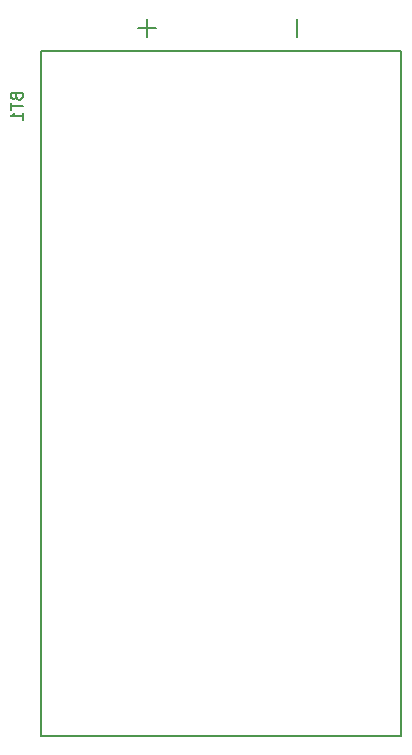
<source format=gbo>
G04 #@! TF.FileFunction,Legend,Bot*
%FSLAX46Y46*%
G04 Gerber Fmt 4.6, Leading zero omitted, Abs format (unit mm)*
G04 Created by KiCad (PCBNEW 4.0.7) date Sunday, November 19, 2023 'AMt' 11:29:43 AM*
%MOMM*%
%LPD*%
G01*
G04 APERTURE LIST*
%ADD10C,0.020000*%
%ADD11C,0.127000*%
%ADD12C,0.150000*%
G04 APERTURE END LIST*
D10*
D11*
X142655600Y-82052000D02*
X142655600Y-83552000D01*
X143405600Y-82802000D02*
X141905600Y-82802000D01*
X133695600Y-142792000D02*
X164195600Y-142792000D01*
X164195600Y-142792000D02*
X164195600Y-84792000D01*
X164195600Y-84792000D02*
X133695600Y-84792000D01*
X133695600Y-84792000D02*
X133695600Y-142792000D01*
X155355600Y-82052000D02*
X155355600Y-83552000D01*
D12*
X131589171Y-88641286D02*
X131636790Y-88784143D01*
X131684410Y-88831762D01*
X131779648Y-88879381D01*
X131922505Y-88879381D01*
X132017743Y-88831762D01*
X132065362Y-88784143D01*
X132112981Y-88688905D01*
X132112981Y-88307952D01*
X131112981Y-88307952D01*
X131112981Y-88641286D01*
X131160600Y-88736524D01*
X131208219Y-88784143D01*
X131303457Y-88831762D01*
X131398695Y-88831762D01*
X131493933Y-88784143D01*
X131541552Y-88736524D01*
X131589171Y-88641286D01*
X131589171Y-88307952D01*
X131112981Y-89165095D02*
X131112981Y-89736524D01*
X132112981Y-89450809D02*
X131112981Y-89450809D01*
X132112981Y-90593667D02*
X132112981Y-90022238D01*
X132112981Y-90307952D02*
X131112981Y-90307952D01*
X131255838Y-90212714D01*
X131351076Y-90117476D01*
X131398695Y-90022238D01*
M02*

</source>
